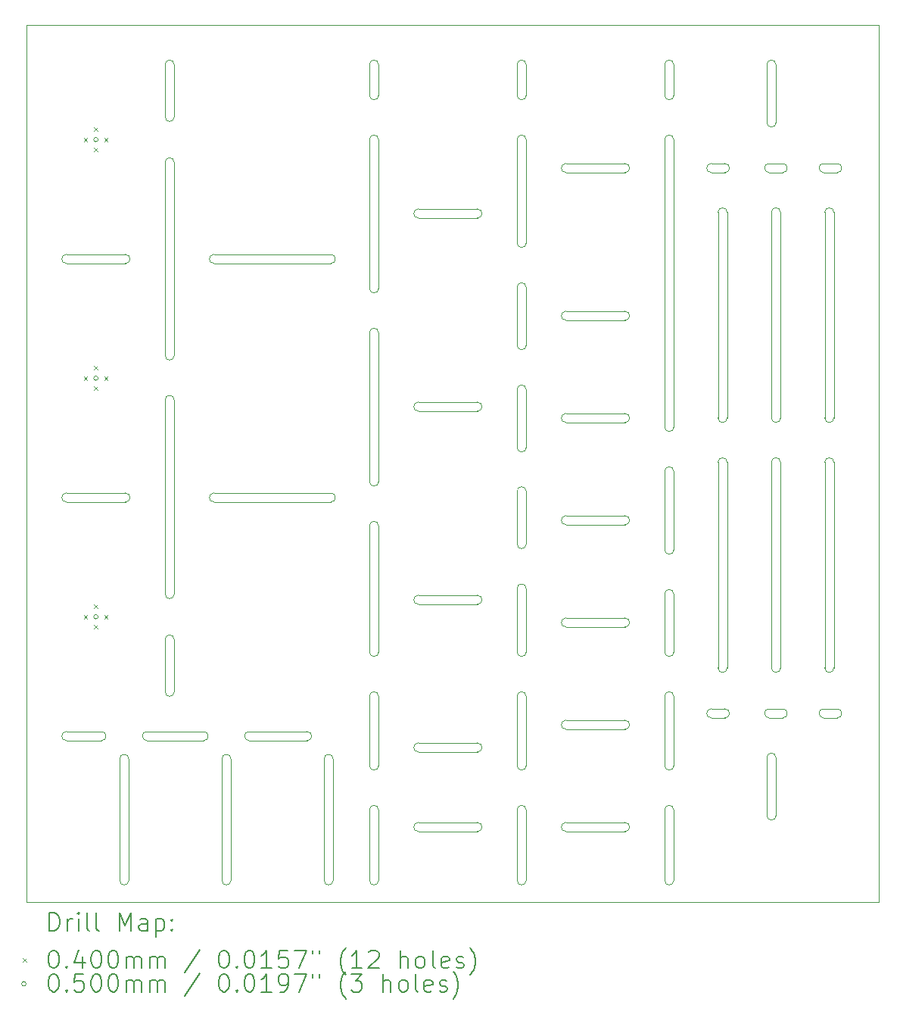
<source format=gbr>
%TF.GenerationSoftware,KiCad,Pcbnew,7.0.7-7.0.7~ubuntu22.04.1*%
%TF.CreationDate,2023-09-17T14:22:32+02:00*%
%TF.ProjectId,100x100mm_all,31303078-3130-4306-9d6d-5f616c6c2e6b,rev?*%
%TF.SameCoordinates,Original*%
%TF.FileFunction,Drillmap*%
%TF.FilePolarity,Positive*%
%FSLAX45Y45*%
G04 Gerber Fmt 4.5, Leading zero omitted, Abs format (unit mm)*
G04 Created by KiCad (PCBNEW 7.0.7-7.0.7~ubuntu22.04.1) date 2023-09-17 14:22:32*
%MOMM*%
%LPD*%
G01*
G04 APERTURE LIST*
%ADD10C,0.100000*%
%ADD11C,0.200000*%
%ADD12C,0.040000*%
%ADD13C,0.050000*%
G04 APERTURE END LIST*
D10*
X12903200Y-13322300D02*
G75*
G03*
X13004800Y-13322300I50800J0D01*
G01*
X14554200Y-10845800D02*
X14554200Y-10255250D01*
X12496800Y-13246100D02*
X12496800Y-14605000D01*
X15100300Y-6591300D02*
G75*
G03*
X15100300Y-6692900I0J-50800D01*
G01*
X16205200Y-13322300D02*
G75*
G03*
X16306800Y-13322300I50800J0D01*
G01*
X12903200Y-5829300D02*
G75*
G03*
X13004800Y-5829300I50800J0D01*
G01*
X11163300Y-7607300D02*
G75*
G03*
X11163300Y-7708900I0J-50800D01*
G01*
X14655800Y-10255250D02*
X14655800Y-10845800D01*
X16306800Y-10033000D02*
X16306800Y-10909300D01*
X15760700Y-14058900D02*
G75*
G03*
X15760700Y-13957300I0J50800D01*
G01*
X16306800Y-13817600D02*
G75*
G03*
X16205200Y-13817600I-50800J0D01*
G01*
X17399000Y-9436100D02*
X17399000Y-7137400D01*
X10414000Y-12941300D02*
X11049000Y-12941300D01*
X17983200Y-6591300D02*
X18135600Y-6591300D01*
X16205200Y-13322300D02*
X16205200Y-12547600D01*
X15100300Y-9385300D02*
X15760700Y-9385300D01*
X17995900Y-12230100D02*
G75*
G03*
X18097500Y-12230100I50800J0D01*
G01*
X15100300Y-13957300D02*
X15760700Y-13957300D01*
X16205200Y-9537700D02*
X16205200Y-6324600D01*
X14554200Y-7480300D02*
X14554200Y-6324600D01*
X14109700Y-7200900D02*
G75*
G03*
X14109700Y-7099300I0J50800D01*
G01*
X14655800Y-11341100D02*
G75*
G03*
X14554200Y-11341100I-50800J0D01*
G01*
X14554200Y-7480300D02*
G75*
G03*
X14655800Y-7480300I50800J0D01*
G01*
X17500600Y-7137400D02*
G75*
G03*
X17399000Y-7137400I-50800J0D01*
G01*
X17373600Y-12687300D02*
G75*
G03*
X17373600Y-12788900I0J-50800D01*
G01*
X13004800Y-8483600D02*
G75*
G03*
X12903200Y-8483600I-50800J0D01*
G01*
X15760700Y-11772900D02*
G75*
G03*
X15760700Y-11671300I0J50800D01*
G01*
X14655800Y-5486400D02*
X14655800Y-5829300D01*
X10718800Y-11912600D02*
G75*
G03*
X10617200Y-11912600I-50800J0D01*
G01*
X17348200Y-13881100D02*
X17348200Y-13233400D01*
X10617200Y-12496800D02*
X10617200Y-11912600D01*
X13004800Y-8483600D02*
X13004800Y-10147300D01*
X16306800Y-13817600D02*
X16306800Y-14605000D01*
X14655800Y-13817600D02*
X14655800Y-14605000D01*
X14655800Y-10255250D02*
G75*
G03*
X14554200Y-10255250I-50800J0D01*
G01*
X16205200Y-14605000D02*
X16205200Y-13817600D01*
X16205200Y-5829300D02*
G75*
G03*
X16306800Y-5829300I50800J0D01*
G01*
X16205200Y-10909300D02*
G75*
G03*
X16306800Y-10909300I50800J0D01*
G01*
X11163300Y-10274300D02*
G75*
G03*
X11163300Y-10375900I0J-50800D01*
G01*
X14554200Y-5829300D02*
G75*
G03*
X14655800Y-5829300I50800J0D01*
G01*
X17348200Y-13881100D02*
G75*
G03*
X17449800Y-13881100I50800J0D01*
G01*
X15100300Y-10528300D02*
X15760700Y-10528300D01*
X17399000Y-12230100D02*
G75*
G03*
X17500600Y-12230100I50800J0D01*
G01*
X17526000Y-6692900D02*
X17373600Y-6692900D01*
X10617200Y-6070600D02*
X10617200Y-5486400D01*
X14554200Y-10845800D02*
G75*
G03*
X14655800Y-10845800I50800J0D01*
G01*
X16903700Y-7137400D02*
G75*
G03*
X16802100Y-7137400I-50800J0D01*
G01*
X16205200Y-14605000D02*
G75*
G03*
X16306800Y-14605000I50800J0D01*
G01*
X16802100Y-9436100D02*
X16802100Y-7137400D01*
X17500600Y-7137400D02*
X17500600Y-9436100D01*
X16306800Y-6324600D02*
G75*
G03*
X16205200Y-6324600I-50800J0D01*
G01*
X18097500Y-7137400D02*
G75*
G03*
X17995900Y-7137400I-50800J0D01*
G01*
X17983200Y-12687300D02*
G75*
G03*
X17983200Y-12788900I0J-50800D01*
G01*
X12496800Y-13246100D02*
G75*
G03*
X12395200Y-13246100I-50800J0D01*
G01*
X14109700Y-11518900D02*
G75*
G03*
X14109700Y-11417300I0J50800D01*
G01*
X15760700Y-8343900D02*
X15100300Y-8343900D01*
X10617200Y-8737600D02*
G75*
G03*
X10718800Y-8737600I50800J0D01*
G01*
X14554200Y-9766300D02*
G75*
G03*
X14655800Y-9766300I50800J0D01*
G01*
X9512300Y-10274300D02*
G75*
G03*
X9512300Y-10375900I0J-50800D01*
G01*
X15100300Y-11671300D02*
G75*
G03*
X15100300Y-11772900I0J-50800D01*
G01*
X10617200Y-12496800D02*
G75*
G03*
X10718800Y-12496800I50800J0D01*
G01*
X14655800Y-6324600D02*
G75*
G03*
X14554200Y-6324600I-50800J0D01*
G01*
X14554200Y-12052300D02*
G75*
G03*
X14655800Y-12052300I50800J0D01*
G01*
X15100300Y-9385300D02*
G75*
G03*
X15100300Y-9486900I0J-50800D01*
G01*
X10172700Y-7708900D02*
X9512300Y-7708900D01*
X12395200Y-14605000D02*
G75*
G03*
X12496800Y-14605000I50800J0D01*
G01*
X18135600Y-12788900D02*
X17983200Y-12788900D01*
X13449300Y-7099300D02*
G75*
G03*
X13449300Y-7200900I0J-50800D01*
G01*
X15100300Y-11671300D02*
X15760700Y-11671300D01*
X10718800Y-9232900D02*
X10718800Y-11404600D01*
X12471400Y-10375900D02*
G75*
G03*
X12471400Y-10274300I0J50800D01*
G01*
X9067800Y-5041900D02*
X18597900Y-5041900D01*
X18597900Y-14851400D01*
X9067800Y-14851400D01*
X9067800Y-5041900D01*
X16903700Y-9931400D02*
X16903700Y-12230100D01*
X14655800Y-5486400D02*
G75*
G03*
X14554200Y-5486400I-50800J0D01*
G01*
X17449800Y-5486400D02*
X17449800Y-6134100D01*
X16802100Y-9436100D02*
G75*
G03*
X16903700Y-9436100I50800J0D01*
G01*
X12903200Y-13322300D02*
X12903200Y-12547600D01*
X14109700Y-14058900D02*
G75*
G03*
X14109700Y-13957300I0J50800D01*
G01*
X11252200Y-14605000D02*
G75*
G03*
X11353800Y-14605000I50800J0D01*
G01*
X14655800Y-12547600D02*
G75*
G03*
X14554200Y-12547600I-50800J0D01*
G01*
X14655800Y-7975600D02*
G75*
G03*
X14554200Y-7975600I-50800J0D01*
G01*
X17348200Y-6134100D02*
X17348200Y-5486400D01*
X9512300Y-7607300D02*
G75*
G03*
X9512300Y-7708900I0J-50800D01*
G01*
X12903200Y-14605000D02*
G75*
G03*
X13004800Y-14605000I50800J0D01*
G01*
X13004800Y-5486400D02*
X13004800Y-5829300D01*
X14109700Y-13169900D02*
G75*
G03*
X14109700Y-13068300I0J50800D01*
G01*
X17995900Y-9436100D02*
X17995900Y-7137400D01*
X13004800Y-13817600D02*
G75*
G03*
X12903200Y-13817600I-50800J0D01*
G01*
X17995900Y-9436100D02*
G75*
G03*
X18097500Y-9436100I50800J0D01*
G01*
X14109700Y-14058900D02*
X13449300Y-14058900D01*
X16205200Y-10909300D02*
X16205200Y-10033000D01*
X15760700Y-12915900D02*
G75*
G03*
X15760700Y-12814300I0J50800D01*
G01*
X16306800Y-12547600D02*
G75*
G03*
X16205200Y-12547600I-50800J0D01*
G01*
X17348200Y-6134100D02*
G75*
G03*
X17449800Y-6134100I50800J0D01*
G01*
X14109700Y-9359900D02*
G75*
G03*
X14109700Y-9258300I0J50800D01*
G01*
X10210800Y-13246100D02*
X10210800Y-14605000D01*
X16878300Y-12788900D02*
X16725900Y-12788900D01*
X14109700Y-7200900D02*
X13449300Y-7200900D01*
X9512300Y-12941300D02*
X9906000Y-12941300D01*
X10718800Y-5486400D02*
G75*
G03*
X10617200Y-5486400I-50800J0D01*
G01*
X13449300Y-11417300D02*
X14109700Y-11417300D01*
X16306800Y-11404600D02*
G75*
G03*
X16205200Y-11404600I-50800J0D01*
G01*
X11163300Y-10274300D02*
X12471400Y-10274300D01*
X13004800Y-6324600D02*
G75*
G03*
X12903200Y-6324600I-50800J0D01*
G01*
X10718800Y-6578600D02*
G75*
G03*
X10617200Y-6578600I-50800J0D01*
G01*
X18097500Y-9931400D02*
X18097500Y-12230100D01*
X11049000Y-13042900D02*
X10414000Y-13042900D01*
X14554200Y-13322300D02*
G75*
G03*
X14655800Y-13322300I50800J0D01*
G01*
X11049000Y-13042900D02*
G75*
G03*
X11049000Y-12941300I0J50800D01*
G01*
X16205200Y-9537700D02*
G75*
G03*
X16306800Y-9537700I50800J0D01*
G01*
X15760700Y-12915900D02*
X15100300Y-12915900D01*
X17449800Y-13233400D02*
G75*
G03*
X17348200Y-13233400I-50800J0D01*
G01*
X15760700Y-9486900D02*
G75*
G03*
X15760700Y-9385300I0J50800D01*
G01*
X10617200Y-8737600D02*
X10617200Y-6578600D01*
X9512300Y-12941300D02*
G75*
G03*
X9512300Y-13042900I0J-50800D01*
G01*
X11557000Y-12941300D02*
X12204700Y-12941300D01*
X13004800Y-13817600D02*
X13004800Y-14605000D01*
X13449300Y-11417300D02*
G75*
G03*
X13449300Y-11518900I0J-50800D01*
G01*
X16802100Y-12230100D02*
X16802100Y-9931400D01*
X17983200Y-6591300D02*
G75*
G03*
X17983200Y-6692900I0J-50800D01*
G01*
X9512300Y-10274300D02*
X10172700Y-10274300D01*
X16306800Y-12547600D02*
X16306800Y-13322300D01*
X13004800Y-10642600D02*
G75*
G03*
X12903200Y-10642600I-50800J0D01*
G01*
X16725900Y-12687300D02*
G75*
G03*
X16725900Y-12788900I0J-50800D01*
G01*
X14655800Y-13817600D02*
G75*
G03*
X14554200Y-13817600I-50800J0D01*
G01*
X10172700Y-10375900D02*
G75*
G03*
X10172700Y-10274300I0J50800D01*
G01*
X14554200Y-13322300D02*
X14554200Y-12547600D01*
X17373600Y-6591300D02*
X17526000Y-6591300D01*
X13449300Y-13068300D02*
X14109700Y-13068300D01*
X14109700Y-11518900D02*
X13449300Y-11518900D01*
X10617200Y-11404600D02*
G75*
G03*
X10718800Y-11404600I50800J0D01*
G01*
X17526000Y-12788900D02*
G75*
G03*
X17526000Y-12687300I0J50800D01*
G01*
X9906000Y-13042900D02*
G75*
G03*
X9906000Y-12941300I0J50800D01*
G01*
X14655800Y-6324600D02*
X14655800Y-7480300D01*
X14655800Y-7975600D02*
X14655800Y-8623300D01*
X17995900Y-12230100D02*
X17995900Y-9931400D01*
X12903200Y-12052300D02*
G75*
G03*
X13004800Y-12052300I50800J0D01*
G01*
X17399000Y-9436100D02*
G75*
G03*
X17500600Y-9436100I50800J0D01*
G01*
X16725900Y-6591300D02*
X16878300Y-6591300D01*
X14554200Y-5829300D02*
X14554200Y-5486400D01*
X13449300Y-9258300D02*
G75*
G03*
X13449300Y-9359900I0J-50800D01*
G01*
X12903200Y-5829300D02*
X12903200Y-5486400D01*
X9512300Y-7607300D02*
X10172700Y-7607300D01*
X10109200Y-14605000D02*
X10109200Y-13246100D01*
X15760700Y-6692900D02*
G75*
G03*
X15760700Y-6591300I0J50800D01*
G01*
X15100300Y-12814300D02*
G75*
G03*
X15100300Y-12915900I0J-50800D01*
G01*
X15100300Y-10528300D02*
G75*
G03*
X15100300Y-10629900I0J-50800D01*
G01*
X16878300Y-12788900D02*
G75*
G03*
X16878300Y-12687300I0J50800D01*
G01*
X16306800Y-5486400D02*
X16306800Y-5829300D01*
X13004800Y-12547600D02*
G75*
G03*
X12903200Y-12547600I-50800J0D01*
G01*
X18135600Y-12788900D02*
G75*
G03*
X18135600Y-12687300I0J50800D01*
G01*
X10172700Y-10375900D02*
X9512300Y-10375900D01*
X15760700Y-6692900D02*
X15100300Y-6692900D01*
X10718800Y-11912600D02*
X10718800Y-12496800D01*
X14655800Y-12547600D02*
X14655800Y-13322300D01*
X16306800Y-5486400D02*
G75*
G03*
X16205200Y-5486400I-50800J0D01*
G01*
X13004800Y-6324600D02*
X13004800Y-7988300D01*
X14554200Y-12052300D02*
X14554200Y-11341100D01*
X15760700Y-11772900D02*
X15100300Y-11772900D01*
X12204700Y-13042900D02*
G75*
G03*
X12204700Y-12941300I0J50800D01*
G01*
X18135600Y-6692900D02*
X17983200Y-6692900D01*
X15760700Y-14058900D02*
X15100300Y-14058900D01*
X17373600Y-6591300D02*
G75*
G03*
X17373600Y-6692900I0J-50800D01*
G01*
X12903200Y-10147300D02*
G75*
G03*
X13004800Y-10147300I50800J0D01*
G01*
X16903700Y-9931400D02*
G75*
G03*
X16802100Y-9931400I-50800J0D01*
G01*
X17983200Y-12687300D02*
X18135600Y-12687300D01*
X10172700Y-7708900D02*
G75*
G03*
X10172700Y-7607300I0J50800D01*
G01*
X17399000Y-12230100D02*
X17399000Y-9931400D01*
X9906000Y-13042900D02*
X9512300Y-13042900D01*
X16205200Y-5829300D02*
X16205200Y-5486400D01*
X16802100Y-12230100D02*
G75*
G03*
X16903700Y-12230100I50800J0D01*
G01*
X16725900Y-12687300D02*
X16878300Y-12687300D01*
X10617200Y-11404600D02*
X10617200Y-9232900D01*
X14554200Y-8623300D02*
G75*
G03*
X14655800Y-8623300I50800J0D01*
G01*
X13449300Y-13957300D02*
X14109700Y-13957300D01*
X15100300Y-6591300D02*
X15760700Y-6591300D01*
X16725900Y-6591300D02*
G75*
G03*
X16725900Y-6692900I0J-50800D01*
G01*
X17526000Y-6692900D02*
G75*
G03*
X17526000Y-6591300I0J50800D01*
G01*
X10109200Y-14605000D02*
G75*
G03*
X10210800Y-14605000I50800J0D01*
G01*
X16903700Y-7137400D02*
X16903700Y-9436100D01*
X12903200Y-7988300D02*
G75*
G03*
X13004800Y-7988300I50800J0D01*
G01*
X12471400Y-7708900D02*
G75*
G03*
X12471400Y-7607300I0J50800D01*
G01*
X12903200Y-12052300D02*
X12903200Y-10642600D01*
X12395200Y-14605000D02*
X12395200Y-13246100D01*
X12903200Y-14605000D02*
X12903200Y-13817600D01*
X13449300Y-9258300D02*
X14109700Y-9258300D01*
X14554200Y-14605000D02*
G75*
G03*
X14655800Y-14605000I50800J0D01*
G01*
X14109700Y-9359900D02*
X13449300Y-9359900D01*
X17449800Y-13233400D02*
X17449800Y-13881100D01*
X12204700Y-13042900D02*
X11557000Y-13042900D01*
X14655800Y-9118600D02*
G75*
G03*
X14554200Y-9118600I-50800J0D01*
G01*
X16205200Y-12052300D02*
G75*
G03*
X16306800Y-12052300I50800J0D01*
G01*
X15100300Y-8242300D02*
G75*
G03*
X15100300Y-8343900I0J-50800D01*
G01*
X17373600Y-12687300D02*
X17526000Y-12687300D01*
X10210800Y-13246100D02*
G75*
G03*
X10109200Y-13246100I-50800J0D01*
G01*
X16306800Y-6324600D02*
X16306800Y-9537700D01*
X13004800Y-10642600D02*
X13004800Y-12052300D01*
X12903200Y-10147300D02*
X12903200Y-8483600D01*
X13449300Y-13957300D02*
G75*
G03*
X13449300Y-14058900I0J-50800D01*
G01*
X14655800Y-9118600D02*
X14655800Y-9766300D01*
X11353800Y-13246100D02*
G75*
G03*
X11252200Y-13246100I-50800J0D01*
G01*
X10718800Y-6578600D02*
X10718800Y-8737600D01*
X10718800Y-9232900D02*
G75*
G03*
X10617200Y-9232900I-50800J0D01*
G01*
X12903200Y-7988300D02*
X12903200Y-6324600D01*
X17526000Y-12788900D02*
X17373600Y-12788900D01*
X18097500Y-7137400D02*
X18097500Y-9436100D01*
X17500600Y-9931400D02*
G75*
G03*
X17399000Y-9931400I-50800J0D01*
G01*
X15760700Y-8343900D02*
G75*
G03*
X15760700Y-8242300I0J50800D01*
G01*
X16878300Y-6692900D02*
G75*
G03*
X16878300Y-6591300I0J50800D01*
G01*
X11353800Y-13246100D02*
X11353800Y-14605000D01*
X17449800Y-5486400D02*
G75*
G03*
X17348200Y-5486400I-50800J0D01*
G01*
X12471400Y-7708900D02*
X11163300Y-7708900D01*
X15760700Y-9486900D02*
X15100300Y-9486900D01*
X14655800Y-11341100D02*
X14655800Y-12052300D01*
X12471400Y-10375900D02*
X11163300Y-10375900D01*
X13004800Y-12547600D02*
X13004800Y-13322300D01*
X11557000Y-12941300D02*
G75*
G03*
X11557000Y-13042900I0J-50800D01*
G01*
X13004800Y-5486400D02*
G75*
G03*
X12903200Y-5486400I-50800J0D01*
G01*
X14554200Y-14605000D02*
X14554200Y-13817600D01*
X14554200Y-9766300D02*
X14554200Y-9118600D01*
X15760700Y-10629900D02*
G75*
G03*
X15760700Y-10528300I0J50800D01*
G01*
X10718800Y-5486400D02*
X10718800Y-6070600D01*
X14109700Y-13169900D02*
X13449300Y-13169900D01*
X14554200Y-8623300D02*
X14554200Y-7975600D01*
X10617200Y-6070600D02*
G75*
G03*
X10718800Y-6070600I50800J0D01*
G01*
X11163300Y-7607300D02*
X12471400Y-7607300D01*
X16878300Y-6692900D02*
X16725900Y-6692900D01*
X10414000Y-12941300D02*
G75*
G03*
X10414000Y-13042900I0J-50800D01*
G01*
X18135600Y-6692900D02*
G75*
G03*
X18135600Y-6591300I0J50800D01*
G01*
X16306800Y-10033000D02*
G75*
G03*
X16205200Y-10033000I-50800J0D01*
G01*
X15100300Y-8242300D02*
X15760700Y-8242300D01*
X17500600Y-9931400D02*
X17500600Y-12230100D01*
X16205200Y-12052300D02*
X16205200Y-11404600D01*
X18097500Y-9931400D02*
G75*
G03*
X17995900Y-9931400I-50800J0D01*
G01*
X15760700Y-10629900D02*
X15100300Y-10629900D01*
X13449300Y-13068300D02*
G75*
G03*
X13449300Y-13169900I0J-50800D01*
G01*
X13449300Y-7099300D02*
X14109700Y-7099300D01*
X15100300Y-12814300D02*
X15760700Y-12814300D01*
X15100300Y-13957300D02*
G75*
G03*
X15100300Y-14058900I0J-50800D01*
G01*
X11252200Y-14605000D02*
X11252200Y-13246100D01*
X16306800Y-11404600D02*
X16306800Y-12052300D01*
D11*
D12*
X9708200Y-6304600D02*
X9748200Y-6344600D01*
X9748200Y-6304600D02*
X9708200Y-6344600D01*
X9708200Y-8971600D02*
X9748200Y-9011600D01*
X9748200Y-8971600D02*
X9708200Y-9011600D01*
X9708200Y-11638600D02*
X9748200Y-11678600D01*
X9748200Y-11638600D02*
X9708200Y-11678600D01*
X9822500Y-6190300D02*
X9862500Y-6230300D01*
X9862500Y-6190300D02*
X9822500Y-6230300D01*
X9822500Y-6418900D02*
X9862500Y-6458900D01*
X9862500Y-6418900D02*
X9822500Y-6458900D01*
X9822500Y-8857300D02*
X9862500Y-8897300D01*
X9862500Y-8857300D02*
X9822500Y-8897300D01*
X9822500Y-9085900D02*
X9862500Y-9125900D01*
X9862500Y-9085900D02*
X9822500Y-9125900D01*
X9822500Y-11524300D02*
X9862500Y-11564300D01*
X9862500Y-11524300D02*
X9822500Y-11564300D01*
X9822500Y-11752900D02*
X9862500Y-11792900D01*
X9862500Y-11752900D02*
X9822500Y-11792900D01*
X9936800Y-6304600D02*
X9976800Y-6344600D01*
X9976800Y-6304600D02*
X9936800Y-6344600D01*
X9936800Y-8971600D02*
X9976800Y-9011600D01*
X9976800Y-8971600D02*
X9936800Y-9011600D01*
X9936800Y-11638600D02*
X9976800Y-11678600D01*
X9976800Y-11638600D02*
X9936800Y-11678600D01*
D13*
X9867500Y-6324600D02*
G75*
G03*
X9867500Y-6324600I-25000J0D01*
G01*
X9867500Y-8991600D02*
G75*
G03*
X9867500Y-8991600I-25000J0D01*
G01*
X9867500Y-11658600D02*
G75*
G03*
X9867500Y-11658600I-25000J0D01*
G01*
D11*
X9323577Y-15167884D02*
X9323577Y-14967884D01*
X9323577Y-14967884D02*
X9371196Y-14967884D01*
X9371196Y-14967884D02*
X9399767Y-14977408D01*
X9399767Y-14977408D02*
X9418815Y-14996455D01*
X9418815Y-14996455D02*
X9428339Y-15015503D01*
X9428339Y-15015503D02*
X9437863Y-15053598D01*
X9437863Y-15053598D02*
X9437863Y-15082169D01*
X9437863Y-15082169D02*
X9428339Y-15120265D01*
X9428339Y-15120265D02*
X9418815Y-15139312D01*
X9418815Y-15139312D02*
X9399767Y-15158360D01*
X9399767Y-15158360D02*
X9371196Y-15167884D01*
X9371196Y-15167884D02*
X9323577Y-15167884D01*
X9523577Y-15167884D02*
X9523577Y-15034550D01*
X9523577Y-15072646D02*
X9533101Y-15053598D01*
X9533101Y-15053598D02*
X9542624Y-15044074D01*
X9542624Y-15044074D02*
X9561672Y-15034550D01*
X9561672Y-15034550D02*
X9580720Y-15034550D01*
X9647386Y-15167884D02*
X9647386Y-15034550D01*
X9647386Y-14967884D02*
X9637863Y-14977408D01*
X9637863Y-14977408D02*
X9647386Y-14986931D01*
X9647386Y-14986931D02*
X9656910Y-14977408D01*
X9656910Y-14977408D02*
X9647386Y-14967884D01*
X9647386Y-14967884D02*
X9647386Y-14986931D01*
X9771196Y-15167884D02*
X9752148Y-15158360D01*
X9752148Y-15158360D02*
X9742624Y-15139312D01*
X9742624Y-15139312D02*
X9742624Y-14967884D01*
X9875958Y-15167884D02*
X9856910Y-15158360D01*
X9856910Y-15158360D02*
X9847386Y-15139312D01*
X9847386Y-15139312D02*
X9847386Y-14967884D01*
X10104529Y-15167884D02*
X10104529Y-14967884D01*
X10104529Y-14967884D02*
X10171196Y-15110741D01*
X10171196Y-15110741D02*
X10237863Y-14967884D01*
X10237863Y-14967884D02*
X10237863Y-15167884D01*
X10418815Y-15167884D02*
X10418815Y-15063122D01*
X10418815Y-15063122D02*
X10409291Y-15044074D01*
X10409291Y-15044074D02*
X10390244Y-15034550D01*
X10390244Y-15034550D02*
X10352148Y-15034550D01*
X10352148Y-15034550D02*
X10333101Y-15044074D01*
X10418815Y-15158360D02*
X10399767Y-15167884D01*
X10399767Y-15167884D02*
X10352148Y-15167884D01*
X10352148Y-15167884D02*
X10333101Y-15158360D01*
X10333101Y-15158360D02*
X10323577Y-15139312D01*
X10323577Y-15139312D02*
X10323577Y-15120265D01*
X10323577Y-15120265D02*
X10333101Y-15101217D01*
X10333101Y-15101217D02*
X10352148Y-15091693D01*
X10352148Y-15091693D02*
X10399767Y-15091693D01*
X10399767Y-15091693D02*
X10418815Y-15082169D01*
X10514053Y-15034550D02*
X10514053Y-15234550D01*
X10514053Y-15044074D02*
X10533101Y-15034550D01*
X10533101Y-15034550D02*
X10571196Y-15034550D01*
X10571196Y-15034550D02*
X10590244Y-15044074D01*
X10590244Y-15044074D02*
X10599767Y-15053598D01*
X10599767Y-15053598D02*
X10609291Y-15072646D01*
X10609291Y-15072646D02*
X10609291Y-15129788D01*
X10609291Y-15129788D02*
X10599767Y-15148836D01*
X10599767Y-15148836D02*
X10590244Y-15158360D01*
X10590244Y-15158360D02*
X10571196Y-15167884D01*
X10571196Y-15167884D02*
X10533101Y-15167884D01*
X10533101Y-15167884D02*
X10514053Y-15158360D01*
X10695005Y-15148836D02*
X10704529Y-15158360D01*
X10704529Y-15158360D02*
X10695005Y-15167884D01*
X10695005Y-15167884D02*
X10685482Y-15158360D01*
X10685482Y-15158360D02*
X10695005Y-15148836D01*
X10695005Y-15148836D02*
X10695005Y-15167884D01*
X10695005Y-15044074D02*
X10704529Y-15053598D01*
X10704529Y-15053598D02*
X10695005Y-15063122D01*
X10695005Y-15063122D02*
X10685482Y-15053598D01*
X10685482Y-15053598D02*
X10695005Y-15044074D01*
X10695005Y-15044074D02*
X10695005Y-15063122D01*
D12*
X9022800Y-15476400D02*
X9062800Y-15516400D01*
X9062800Y-15476400D02*
X9022800Y-15516400D01*
D11*
X9361672Y-15387884D02*
X9380720Y-15387884D01*
X9380720Y-15387884D02*
X9399767Y-15397408D01*
X9399767Y-15397408D02*
X9409291Y-15406931D01*
X9409291Y-15406931D02*
X9418815Y-15425979D01*
X9418815Y-15425979D02*
X9428339Y-15464074D01*
X9428339Y-15464074D02*
X9428339Y-15511693D01*
X9428339Y-15511693D02*
X9418815Y-15549788D01*
X9418815Y-15549788D02*
X9409291Y-15568836D01*
X9409291Y-15568836D02*
X9399767Y-15578360D01*
X9399767Y-15578360D02*
X9380720Y-15587884D01*
X9380720Y-15587884D02*
X9361672Y-15587884D01*
X9361672Y-15587884D02*
X9342624Y-15578360D01*
X9342624Y-15578360D02*
X9333101Y-15568836D01*
X9333101Y-15568836D02*
X9323577Y-15549788D01*
X9323577Y-15549788D02*
X9314053Y-15511693D01*
X9314053Y-15511693D02*
X9314053Y-15464074D01*
X9314053Y-15464074D02*
X9323577Y-15425979D01*
X9323577Y-15425979D02*
X9333101Y-15406931D01*
X9333101Y-15406931D02*
X9342624Y-15397408D01*
X9342624Y-15397408D02*
X9361672Y-15387884D01*
X9514053Y-15568836D02*
X9523577Y-15578360D01*
X9523577Y-15578360D02*
X9514053Y-15587884D01*
X9514053Y-15587884D02*
X9504529Y-15578360D01*
X9504529Y-15578360D02*
X9514053Y-15568836D01*
X9514053Y-15568836D02*
X9514053Y-15587884D01*
X9695005Y-15454550D02*
X9695005Y-15587884D01*
X9647386Y-15378360D02*
X9599767Y-15521217D01*
X9599767Y-15521217D02*
X9723577Y-15521217D01*
X9837863Y-15387884D02*
X9856910Y-15387884D01*
X9856910Y-15387884D02*
X9875958Y-15397408D01*
X9875958Y-15397408D02*
X9885482Y-15406931D01*
X9885482Y-15406931D02*
X9895005Y-15425979D01*
X9895005Y-15425979D02*
X9904529Y-15464074D01*
X9904529Y-15464074D02*
X9904529Y-15511693D01*
X9904529Y-15511693D02*
X9895005Y-15549788D01*
X9895005Y-15549788D02*
X9885482Y-15568836D01*
X9885482Y-15568836D02*
X9875958Y-15578360D01*
X9875958Y-15578360D02*
X9856910Y-15587884D01*
X9856910Y-15587884D02*
X9837863Y-15587884D01*
X9837863Y-15587884D02*
X9818815Y-15578360D01*
X9818815Y-15578360D02*
X9809291Y-15568836D01*
X9809291Y-15568836D02*
X9799767Y-15549788D01*
X9799767Y-15549788D02*
X9790244Y-15511693D01*
X9790244Y-15511693D02*
X9790244Y-15464074D01*
X9790244Y-15464074D02*
X9799767Y-15425979D01*
X9799767Y-15425979D02*
X9809291Y-15406931D01*
X9809291Y-15406931D02*
X9818815Y-15397408D01*
X9818815Y-15397408D02*
X9837863Y-15387884D01*
X10028339Y-15387884D02*
X10047386Y-15387884D01*
X10047386Y-15387884D02*
X10066434Y-15397408D01*
X10066434Y-15397408D02*
X10075958Y-15406931D01*
X10075958Y-15406931D02*
X10085482Y-15425979D01*
X10085482Y-15425979D02*
X10095005Y-15464074D01*
X10095005Y-15464074D02*
X10095005Y-15511693D01*
X10095005Y-15511693D02*
X10085482Y-15549788D01*
X10085482Y-15549788D02*
X10075958Y-15568836D01*
X10075958Y-15568836D02*
X10066434Y-15578360D01*
X10066434Y-15578360D02*
X10047386Y-15587884D01*
X10047386Y-15587884D02*
X10028339Y-15587884D01*
X10028339Y-15587884D02*
X10009291Y-15578360D01*
X10009291Y-15578360D02*
X9999767Y-15568836D01*
X9999767Y-15568836D02*
X9990244Y-15549788D01*
X9990244Y-15549788D02*
X9980720Y-15511693D01*
X9980720Y-15511693D02*
X9980720Y-15464074D01*
X9980720Y-15464074D02*
X9990244Y-15425979D01*
X9990244Y-15425979D02*
X9999767Y-15406931D01*
X9999767Y-15406931D02*
X10009291Y-15397408D01*
X10009291Y-15397408D02*
X10028339Y-15387884D01*
X10180720Y-15587884D02*
X10180720Y-15454550D01*
X10180720Y-15473598D02*
X10190244Y-15464074D01*
X10190244Y-15464074D02*
X10209291Y-15454550D01*
X10209291Y-15454550D02*
X10237863Y-15454550D01*
X10237863Y-15454550D02*
X10256910Y-15464074D01*
X10256910Y-15464074D02*
X10266434Y-15483122D01*
X10266434Y-15483122D02*
X10266434Y-15587884D01*
X10266434Y-15483122D02*
X10275958Y-15464074D01*
X10275958Y-15464074D02*
X10295005Y-15454550D01*
X10295005Y-15454550D02*
X10323577Y-15454550D01*
X10323577Y-15454550D02*
X10342625Y-15464074D01*
X10342625Y-15464074D02*
X10352148Y-15483122D01*
X10352148Y-15483122D02*
X10352148Y-15587884D01*
X10447386Y-15587884D02*
X10447386Y-15454550D01*
X10447386Y-15473598D02*
X10456910Y-15464074D01*
X10456910Y-15464074D02*
X10475958Y-15454550D01*
X10475958Y-15454550D02*
X10504529Y-15454550D01*
X10504529Y-15454550D02*
X10523577Y-15464074D01*
X10523577Y-15464074D02*
X10533101Y-15483122D01*
X10533101Y-15483122D02*
X10533101Y-15587884D01*
X10533101Y-15483122D02*
X10542625Y-15464074D01*
X10542625Y-15464074D02*
X10561672Y-15454550D01*
X10561672Y-15454550D02*
X10590244Y-15454550D01*
X10590244Y-15454550D02*
X10609291Y-15464074D01*
X10609291Y-15464074D02*
X10618815Y-15483122D01*
X10618815Y-15483122D02*
X10618815Y-15587884D01*
X11009291Y-15378360D02*
X10837863Y-15635503D01*
X11266434Y-15387884D02*
X11285482Y-15387884D01*
X11285482Y-15387884D02*
X11304529Y-15397408D01*
X11304529Y-15397408D02*
X11314053Y-15406931D01*
X11314053Y-15406931D02*
X11323577Y-15425979D01*
X11323577Y-15425979D02*
X11333101Y-15464074D01*
X11333101Y-15464074D02*
X11333101Y-15511693D01*
X11333101Y-15511693D02*
X11323577Y-15549788D01*
X11323577Y-15549788D02*
X11314053Y-15568836D01*
X11314053Y-15568836D02*
X11304529Y-15578360D01*
X11304529Y-15578360D02*
X11285482Y-15587884D01*
X11285482Y-15587884D02*
X11266434Y-15587884D01*
X11266434Y-15587884D02*
X11247386Y-15578360D01*
X11247386Y-15578360D02*
X11237863Y-15568836D01*
X11237863Y-15568836D02*
X11228339Y-15549788D01*
X11228339Y-15549788D02*
X11218815Y-15511693D01*
X11218815Y-15511693D02*
X11218815Y-15464074D01*
X11218815Y-15464074D02*
X11228339Y-15425979D01*
X11228339Y-15425979D02*
X11237863Y-15406931D01*
X11237863Y-15406931D02*
X11247386Y-15397408D01*
X11247386Y-15397408D02*
X11266434Y-15387884D01*
X11418815Y-15568836D02*
X11428339Y-15578360D01*
X11428339Y-15578360D02*
X11418815Y-15587884D01*
X11418815Y-15587884D02*
X11409291Y-15578360D01*
X11409291Y-15578360D02*
X11418815Y-15568836D01*
X11418815Y-15568836D02*
X11418815Y-15587884D01*
X11552148Y-15387884D02*
X11571196Y-15387884D01*
X11571196Y-15387884D02*
X11590244Y-15397408D01*
X11590244Y-15397408D02*
X11599767Y-15406931D01*
X11599767Y-15406931D02*
X11609291Y-15425979D01*
X11609291Y-15425979D02*
X11618815Y-15464074D01*
X11618815Y-15464074D02*
X11618815Y-15511693D01*
X11618815Y-15511693D02*
X11609291Y-15549788D01*
X11609291Y-15549788D02*
X11599767Y-15568836D01*
X11599767Y-15568836D02*
X11590244Y-15578360D01*
X11590244Y-15578360D02*
X11571196Y-15587884D01*
X11571196Y-15587884D02*
X11552148Y-15587884D01*
X11552148Y-15587884D02*
X11533101Y-15578360D01*
X11533101Y-15578360D02*
X11523577Y-15568836D01*
X11523577Y-15568836D02*
X11514053Y-15549788D01*
X11514053Y-15549788D02*
X11504529Y-15511693D01*
X11504529Y-15511693D02*
X11504529Y-15464074D01*
X11504529Y-15464074D02*
X11514053Y-15425979D01*
X11514053Y-15425979D02*
X11523577Y-15406931D01*
X11523577Y-15406931D02*
X11533101Y-15397408D01*
X11533101Y-15397408D02*
X11552148Y-15387884D01*
X11809291Y-15587884D02*
X11695006Y-15587884D01*
X11752148Y-15587884D02*
X11752148Y-15387884D01*
X11752148Y-15387884D02*
X11733101Y-15416455D01*
X11733101Y-15416455D02*
X11714053Y-15435503D01*
X11714053Y-15435503D02*
X11695006Y-15445027D01*
X11990244Y-15387884D02*
X11895006Y-15387884D01*
X11895006Y-15387884D02*
X11885482Y-15483122D01*
X11885482Y-15483122D02*
X11895006Y-15473598D01*
X11895006Y-15473598D02*
X11914053Y-15464074D01*
X11914053Y-15464074D02*
X11961672Y-15464074D01*
X11961672Y-15464074D02*
X11980720Y-15473598D01*
X11980720Y-15473598D02*
X11990244Y-15483122D01*
X11990244Y-15483122D02*
X11999767Y-15502169D01*
X11999767Y-15502169D02*
X11999767Y-15549788D01*
X11999767Y-15549788D02*
X11990244Y-15568836D01*
X11990244Y-15568836D02*
X11980720Y-15578360D01*
X11980720Y-15578360D02*
X11961672Y-15587884D01*
X11961672Y-15587884D02*
X11914053Y-15587884D01*
X11914053Y-15587884D02*
X11895006Y-15578360D01*
X11895006Y-15578360D02*
X11885482Y-15568836D01*
X12066434Y-15387884D02*
X12199767Y-15387884D01*
X12199767Y-15387884D02*
X12114053Y-15587884D01*
X12266434Y-15387884D02*
X12266434Y-15425979D01*
X12342625Y-15387884D02*
X12342625Y-15425979D01*
X12637863Y-15664074D02*
X12628339Y-15654550D01*
X12628339Y-15654550D02*
X12609291Y-15625979D01*
X12609291Y-15625979D02*
X12599768Y-15606931D01*
X12599768Y-15606931D02*
X12590244Y-15578360D01*
X12590244Y-15578360D02*
X12580720Y-15530741D01*
X12580720Y-15530741D02*
X12580720Y-15492646D01*
X12580720Y-15492646D02*
X12590244Y-15445027D01*
X12590244Y-15445027D02*
X12599768Y-15416455D01*
X12599768Y-15416455D02*
X12609291Y-15397408D01*
X12609291Y-15397408D02*
X12628339Y-15368836D01*
X12628339Y-15368836D02*
X12637863Y-15359312D01*
X12818815Y-15587884D02*
X12704529Y-15587884D01*
X12761672Y-15587884D02*
X12761672Y-15387884D01*
X12761672Y-15387884D02*
X12742625Y-15416455D01*
X12742625Y-15416455D02*
X12723577Y-15435503D01*
X12723577Y-15435503D02*
X12704529Y-15445027D01*
X12895006Y-15406931D02*
X12904529Y-15397408D01*
X12904529Y-15397408D02*
X12923577Y-15387884D01*
X12923577Y-15387884D02*
X12971196Y-15387884D01*
X12971196Y-15387884D02*
X12990244Y-15397408D01*
X12990244Y-15397408D02*
X12999768Y-15406931D01*
X12999768Y-15406931D02*
X13009291Y-15425979D01*
X13009291Y-15425979D02*
X13009291Y-15445027D01*
X13009291Y-15445027D02*
X12999768Y-15473598D01*
X12999768Y-15473598D02*
X12885482Y-15587884D01*
X12885482Y-15587884D02*
X13009291Y-15587884D01*
X13247387Y-15587884D02*
X13247387Y-15387884D01*
X13333101Y-15587884D02*
X13333101Y-15483122D01*
X13333101Y-15483122D02*
X13323577Y-15464074D01*
X13323577Y-15464074D02*
X13304530Y-15454550D01*
X13304530Y-15454550D02*
X13275958Y-15454550D01*
X13275958Y-15454550D02*
X13256910Y-15464074D01*
X13256910Y-15464074D02*
X13247387Y-15473598D01*
X13456910Y-15587884D02*
X13437863Y-15578360D01*
X13437863Y-15578360D02*
X13428339Y-15568836D01*
X13428339Y-15568836D02*
X13418815Y-15549788D01*
X13418815Y-15549788D02*
X13418815Y-15492646D01*
X13418815Y-15492646D02*
X13428339Y-15473598D01*
X13428339Y-15473598D02*
X13437863Y-15464074D01*
X13437863Y-15464074D02*
X13456910Y-15454550D01*
X13456910Y-15454550D02*
X13485482Y-15454550D01*
X13485482Y-15454550D02*
X13504530Y-15464074D01*
X13504530Y-15464074D02*
X13514053Y-15473598D01*
X13514053Y-15473598D02*
X13523577Y-15492646D01*
X13523577Y-15492646D02*
X13523577Y-15549788D01*
X13523577Y-15549788D02*
X13514053Y-15568836D01*
X13514053Y-15568836D02*
X13504530Y-15578360D01*
X13504530Y-15578360D02*
X13485482Y-15587884D01*
X13485482Y-15587884D02*
X13456910Y-15587884D01*
X13637863Y-15587884D02*
X13618815Y-15578360D01*
X13618815Y-15578360D02*
X13609291Y-15559312D01*
X13609291Y-15559312D02*
X13609291Y-15387884D01*
X13790244Y-15578360D02*
X13771196Y-15587884D01*
X13771196Y-15587884D02*
X13733101Y-15587884D01*
X13733101Y-15587884D02*
X13714053Y-15578360D01*
X13714053Y-15578360D02*
X13704530Y-15559312D01*
X13704530Y-15559312D02*
X13704530Y-15483122D01*
X13704530Y-15483122D02*
X13714053Y-15464074D01*
X13714053Y-15464074D02*
X13733101Y-15454550D01*
X13733101Y-15454550D02*
X13771196Y-15454550D01*
X13771196Y-15454550D02*
X13790244Y-15464074D01*
X13790244Y-15464074D02*
X13799768Y-15483122D01*
X13799768Y-15483122D02*
X13799768Y-15502169D01*
X13799768Y-15502169D02*
X13704530Y-15521217D01*
X13875958Y-15578360D02*
X13895006Y-15587884D01*
X13895006Y-15587884D02*
X13933101Y-15587884D01*
X13933101Y-15587884D02*
X13952149Y-15578360D01*
X13952149Y-15578360D02*
X13961672Y-15559312D01*
X13961672Y-15559312D02*
X13961672Y-15549788D01*
X13961672Y-15549788D02*
X13952149Y-15530741D01*
X13952149Y-15530741D02*
X13933101Y-15521217D01*
X13933101Y-15521217D02*
X13904530Y-15521217D01*
X13904530Y-15521217D02*
X13885482Y-15511693D01*
X13885482Y-15511693D02*
X13875958Y-15492646D01*
X13875958Y-15492646D02*
X13875958Y-15483122D01*
X13875958Y-15483122D02*
X13885482Y-15464074D01*
X13885482Y-15464074D02*
X13904530Y-15454550D01*
X13904530Y-15454550D02*
X13933101Y-15454550D01*
X13933101Y-15454550D02*
X13952149Y-15464074D01*
X14028339Y-15664074D02*
X14037863Y-15654550D01*
X14037863Y-15654550D02*
X14056911Y-15625979D01*
X14056911Y-15625979D02*
X14066434Y-15606931D01*
X14066434Y-15606931D02*
X14075958Y-15578360D01*
X14075958Y-15578360D02*
X14085482Y-15530741D01*
X14085482Y-15530741D02*
X14085482Y-15492646D01*
X14085482Y-15492646D02*
X14075958Y-15445027D01*
X14075958Y-15445027D02*
X14066434Y-15416455D01*
X14066434Y-15416455D02*
X14056911Y-15397408D01*
X14056911Y-15397408D02*
X14037863Y-15368836D01*
X14037863Y-15368836D02*
X14028339Y-15359312D01*
D13*
X9062800Y-15760400D02*
G75*
G03*
X9062800Y-15760400I-25000J0D01*
G01*
D11*
X9361672Y-15651884D02*
X9380720Y-15651884D01*
X9380720Y-15651884D02*
X9399767Y-15661408D01*
X9399767Y-15661408D02*
X9409291Y-15670931D01*
X9409291Y-15670931D02*
X9418815Y-15689979D01*
X9418815Y-15689979D02*
X9428339Y-15728074D01*
X9428339Y-15728074D02*
X9428339Y-15775693D01*
X9428339Y-15775693D02*
X9418815Y-15813788D01*
X9418815Y-15813788D02*
X9409291Y-15832836D01*
X9409291Y-15832836D02*
X9399767Y-15842360D01*
X9399767Y-15842360D02*
X9380720Y-15851884D01*
X9380720Y-15851884D02*
X9361672Y-15851884D01*
X9361672Y-15851884D02*
X9342624Y-15842360D01*
X9342624Y-15842360D02*
X9333101Y-15832836D01*
X9333101Y-15832836D02*
X9323577Y-15813788D01*
X9323577Y-15813788D02*
X9314053Y-15775693D01*
X9314053Y-15775693D02*
X9314053Y-15728074D01*
X9314053Y-15728074D02*
X9323577Y-15689979D01*
X9323577Y-15689979D02*
X9333101Y-15670931D01*
X9333101Y-15670931D02*
X9342624Y-15661408D01*
X9342624Y-15661408D02*
X9361672Y-15651884D01*
X9514053Y-15832836D02*
X9523577Y-15842360D01*
X9523577Y-15842360D02*
X9514053Y-15851884D01*
X9514053Y-15851884D02*
X9504529Y-15842360D01*
X9504529Y-15842360D02*
X9514053Y-15832836D01*
X9514053Y-15832836D02*
X9514053Y-15851884D01*
X9704529Y-15651884D02*
X9609291Y-15651884D01*
X9609291Y-15651884D02*
X9599767Y-15747122D01*
X9599767Y-15747122D02*
X9609291Y-15737598D01*
X9609291Y-15737598D02*
X9628339Y-15728074D01*
X9628339Y-15728074D02*
X9675958Y-15728074D01*
X9675958Y-15728074D02*
X9695005Y-15737598D01*
X9695005Y-15737598D02*
X9704529Y-15747122D01*
X9704529Y-15747122D02*
X9714053Y-15766169D01*
X9714053Y-15766169D02*
X9714053Y-15813788D01*
X9714053Y-15813788D02*
X9704529Y-15832836D01*
X9704529Y-15832836D02*
X9695005Y-15842360D01*
X9695005Y-15842360D02*
X9675958Y-15851884D01*
X9675958Y-15851884D02*
X9628339Y-15851884D01*
X9628339Y-15851884D02*
X9609291Y-15842360D01*
X9609291Y-15842360D02*
X9599767Y-15832836D01*
X9837863Y-15651884D02*
X9856910Y-15651884D01*
X9856910Y-15651884D02*
X9875958Y-15661408D01*
X9875958Y-15661408D02*
X9885482Y-15670931D01*
X9885482Y-15670931D02*
X9895005Y-15689979D01*
X9895005Y-15689979D02*
X9904529Y-15728074D01*
X9904529Y-15728074D02*
X9904529Y-15775693D01*
X9904529Y-15775693D02*
X9895005Y-15813788D01*
X9895005Y-15813788D02*
X9885482Y-15832836D01*
X9885482Y-15832836D02*
X9875958Y-15842360D01*
X9875958Y-15842360D02*
X9856910Y-15851884D01*
X9856910Y-15851884D02*
X9837863Y-15851884D01*
X9837863Y-15851884D02*
X9818815Y-15842360D01*
X9818815Y-15842360D02*
X9809291Y-15832836D01*
X9809291Y-15832836D02*
X9799767Y-15813788D01*
X9799767Y-15813788D02*
X9790244Y-15775693D01*
X9790244Y-15775693D02*
X9790244Y-15728074D01*
X9790244Y-15728074D02*
X9799767Y-15689979D01*
X9799767Y-15689979D02*
X9809291Y-15670931D01*
X9809291Y-15670931D02*
X9818815Y-15661408D01*
X9818815Y-15661408D02*
X9837863Y-15651884D01*
X10028339Y-15651884D02*
X10047386Y-15651884D01*
X10047386Y-15651884D02*
X10066434Y-15661408D01*
X10066434Y-15661408D02*
X10075958Y-15670931D01*
X10075958Y-15670931D02*
X10085482Y-15689979D01*
X10085482Y-15689979D02*
X10095005Y-15728074D01*
X10095005Y-15728074D02*
X10095005Y-15775693D01*
X10095005Y-15775693D02*
X10085482Y-15813788D01*
X10085482Y-15813788D02*
X10075958Y-15832836D01*
X10075958Y-15832836D02*
X10066434Y-15842360D01*
X10066434Y-15842360D02*
X10047386Y-15851884D01*
X10047386Y-15851884D02*
X10028339Y-15851884D01*
X10028339Y-15851884D02*
X10009291Y-15842360D01*
X10009291Y-15842360D02*
X9999767Y-15832836D01*
X9999767Y-15832836D02*
X9990244Y-15813788D01*
X9990244Y-15813788D02*
X9980720Y-15775693D01*
X9980720Y-15775693D02*
X9980720Y-15728074D01*
X9980720Y-15728074D02*
X9990244Y-15689979D01*
X9990244Y-15689979D02*
X9999767Y-15670931D01*
X9999767Y-15670931D02*
X10009291Y-15661408D01*
X10009291Y-15661408D02*
X10028339Y-15651884D01*
X10180720Y-15851884D02*
X10180720Y-15718550D01*
X10180720Y-15737598D02*
X10190244Y-15728074D01*
X10190244Y-15728074D02*
X10209291Y-15718550D01*
X10209291Y-15718550D02*
X10237863Y-15718550D01*
X10237863Y-15718550D02*
X10256910Y-15728074D01*
X10256910Y-15728074D02*
X10266434Y-15747122D01*
X10266434Y-15747122D02*
X10266434Y-15851884D01*
X10266434Y-15747122D02*
X10275958Y-15728074D01*
X10275958Y-15728074D02*
X10295005Y-15718550D01*
X10295005Y-15718550D02*
X10323577Y-15718550D01*
X10323577Y-15718550D02*
X10342625Y-15728074D01*
X10342625Y-15728074D02*
X10352148Y-15747122D01*
X10352148Y-15747122D02*
X10352148Y-15851884D01*
X10447386Y-15851884D02*
X10447386Y-15718550D01*
X10447386Y-15737598D02*
X10456910Y-15728074D01*
X10456910Y-15728074D02*
X10475958Y-15718550D01*
X10475958Y-15718550D02*
X10504529Y-15718550D01*
X10504529Y-15718550D02*
X10523577Y-15728074D01*
X10523577Y-15728074D02*
X10533101Y-15747122D01*
X10533101Y-15747122D02*
X10533101Y-15851884D01*
X10533101Y-15747122D02*
X10542625Y-15728074D01*
X10542625Y-15728074D02*
X10561672Y-15718550D01*
X10561672Y-15718550D02*
X10590244Y-15718550D01*
X10590244Y-15718550D02*
X10609291Y-15728074D01*
X10609291Y-15728074D02*
X10618815Y-15747122D01*
X10618815Y-15747122D02*
X10618815Y-15851884D01*
X11009291Y-15642360D02*
X10837863Y-15899503D01*
X11266434Y-15651884D02*
X11285482Y-15651884D01*
X11285482Y-15651884D02*
X11304529Y-15661408D01*
X11304529Y-15661408D02*
X11314053Y-15670931D01*
X11314053Y-15670931D02*
X11323577Y-15689979D01*
X11323577Y-15689979D02*
X11333101Y-15728074D01*
X11333101Y-15728074D02*
X11333101Y-15775693D01*
X11333101Y-15775693D02*
X11323577Y-15813788D01*
X11323577Y-15813788D02*
X11314053Y-15832836D01*
X11314053Y-15832836D02*
X11304529Y-15842360D01*
X11304529Y-15842360D02*
X11285482Y-15851884D01*
X11285482Y-15851884D02*
X11266434Y-15851884D01*
X11266434Y-15851884D02*
X11247386Y-15842360D01*
X11247386Y-15842360D02*
X11237863Y-15832836D01*
X11237863Y-15832836D02*
X11228339Y-15813788D01*
X11228339Y-15813788D02*
X11218815Y-15775693D01*
X11218815Y-15775693D02*
X11218815Y-15728074D01*
X11218815Y-15728074D02*
X11228339Y-15689979D01*
X11228339Y-15689979D02*
X11237863Y-15670931D01*
X11237863Y-15670931D02*
X11247386Y-15661408D01*
X11247386Y-15661408D02*
X11266434Y-15651884D01*
X11418815Y-15832836D02*
X11428339Y-15842360D01*
X11428339Y-15842360D02*
X11418815Y-15851884D01*
X11418815Y-15851884D02*
X11409291Y-15842360D01*
X11409291Y-15842360D02*
X11418815Y-15832836D01*
X11418815Y-15832836D02*
X11418815Y-15851884D01*
X11552148Y-15651884D02*
X11571196Y-15651884D01*
X11571196Y-15651884D02*
X11590244Y-15661408D01*
X11590244Y-15661408D02*
X11599767Y-15670931D01*
X11599767Y-15670931D02*
X11609291Y-15689979D01*
X11609291Y-15689979D02*
X11618815Y-15728074D01*
X11618815Y-15728074D02*
X11618815Y-15775693D01*
X11618815Y-15775693D02*
X11609291Y-15813788D01*
X11609291Y-15813788D02*
X11599767Y-15832836D01*
X11599767Y-15832836D02*
X11590244Y-15842360D01*
X11590244Y-15842360D02*
X11571196Y-15851884D01*
X11571196Y-15851884D02*
X11552148Y-15851884D01*
X11552148Y-15851884D02*
X11533101Y-15842360D01*
X11533101Y-15842360D02*
X11523577Y-15832836D01*
X11523577Y-15832836D02*
X11514053Y-15813788D01*
X11514053Y-15813788D02*
X11504529Y-15775693D01*
X11504529Y-15775693D02*
X11504529Y-15728074D01*
X11504529Y-15728074D02*
X11514053Y-15689979D01*
X11514053Y-15689979D02*
X11523577Y-15670931D01*
X11523577Y-15670931D02*
X11533101Y-15661408D01*
X11533101Y-15661408D02*
X11552148Y-15651884D01*
X11809291Y-15851884D02*
X11695006Y-15851884D01*
X11752148Y-15851884D02*
X11752148Y-15651884D01*
X11752148Y-15651884D02*
X11733101Y-15680455D01*
X11733101Y-15680455D02*
X11714053Y-15699503D01*
X11714053Y-15699503D02*
X11695006Y-15709027D01*
X11904529Y-15851884D02*
X11942625Y-15851884D01*
X11942625Y-15851884D02*
X11961672Y-15842360D01*
X11961672Y-15842360D02*
X11971196Y-15832836D01*
X11971196Y-15832836D02*
X11990244Y-15804265D01*
X11990244Y-15804265D02*
X11999767Y-15766169D01*
X11999767Y-15766169D02*
X11999767Y-15689979D01*
X11999767Y-15689979D02*
X11990244Y-15670931D01*
X11990244Y-15670931D02*
X11980720Y-15661408D01*
X11980720Y-15661408D02*
X11961672Y-15651884D01*
X11961672Y-15651884D02*
X11923577Y-15651884D01*
X11923577Y-15651884D02*
X11904529Y-15661408D01*
X11904529Y-15661408D02*
X11895006Y-15670931D01*
X11895006Y-15670931D02*
X11885482Y-15689979D01*
X11885482Y-15689979D02*
X11885482Y-15737598D01*
X11885482Y-15737598D02*
X11895006Y-15756646D01*
X11895006Y-15756646D02*
X11904529Y-15766169D01*
X11904529Y-15766169D02*
X11923577Y-15775693D01*
X11923577Y-15775693D02*
X11961672Y-15775693D01*
X11961672Y-15775693D02*
X11980720Y-15766169D01*
X11980720Y-15766169D02*
X11990244Y-15756646D01*
X11990244Y-15756646D02*
X11999767Y-15737598D01*
X12066434Y-15651884D02*
X12199767Y-15651884D01*
X12199767Y-15651884D02*
X12114053Y-15851884D01*
X12266434Y-15651884D02*
X12266434Y-15689979D01*
X12342625Y-15651884D02*
X12342625Y-15689979D01*
X12637863Y-15928074D02*
X12628339Y-15918550D01*
X12628339Y-15918550D02*
X12609291Y-15889979D01*
X12609291Y-15889979D02*
X12599768Y-15870931D01*
X12599768Y-15870931D02*
X12590244Y-15842360D01*
X12590244Y-15842360D02*
X12580720Y-15794741D01*
X12580720Y-15794741D02*
X12580720Y-15756646D01*
X12580720Y-15756646D02*
X12590244Y-15709027D01*
X12590244Y-15709027D02*
X12599768Y-15680455D01*
X12599768Y-15680455D02*
X12609291Y-15661408D01*
X12609291Y-15661408D02*
X12628339Y-15632836D01*
X12628339Y-15632836D02*
X12637863Y-15623312D01*
X12695006Y-15651884D02*
X12818815Y-15651884D01*
X12818815Y-15651884D02*
X12752148Y-15728074D01*
X12752148Y-15728074D02*
X12780720Y-15728074D01*
X12780720Y-15728074D02*
X12799768Y-15737598D01*
X12799768Y-15737598D02*
X12809291Y-15747122D01*
X12809291Y-15747122D02*
X12818815Y-15766169D01*
X12818815Y-15766169D02*
X12818815Y-15813788D01*
X12818815Y-15813788D02*
X12809291Y-15832836D01*
X12809291Y-15832836D02*
X12799768Y-15842360D01*
X12799768Y-15842360D02*
X12780720Y-15851884D01*
X12780720Y-15851884D02*
X12723577Y-15851884D01*
X12723577Y-15851884D02*
X12704529Y-15842360D01*
X12704529Y-15842360D02*
X12695006Y-15832836D01*
X13056910Y-15851884D02*
X13056910Y-15651884D01*
X13142625Y-15851884D02*
X13142625Y-15747122D01*
X13142625Y-15747122D02*
X13133101Y-15728074D01*
X13133101Y-15728074D02*
X13114053Y-15718550D01*
X13114053Y-15718550D02*
X13085482Y-15718550D01*
X13085482Y-15718550D02*
X13066434Y-15728074D01*
X13066434Y-15728074D02*
X13056910Y-15737598D01*
X13266434Y-15851884D02*
X13247387Y-15842360D01*
X13247387Y-15842360D02*
X13237863Y-15832836D01*
X13237863Y-15832836D02*
X13228339Y-15813788D01*
X13228339Y-15813788D02*
X13228339Y-15756646D01*
X13228339Y-15756646D02*
X13237863Y-15737598D01*
X13237863Y-15737598D02*
X13247387Y-15728074D01*
X13247387Y-15728074D02*
X13266434Y-15718550D01*
X13266434Y-15718550D02*
X13295006Y-15718550D01*
X13295006Y-15718550D02*
X13314053Y-15728074D01*
X13314053Y-15728074D02*
X13323577Y-15737598D01*
X13323577Y-15737598D02*
X13333101Y-15756646D01*
X13333101Y-15756646D02*
X13333101Y-15813788D01*
X13333101Y-15813788D02*
X13323577Y-15832836D01*
X13323577Y-15832836D02*
X13314053Y-15842360D01*
X13314053Y-15842360D02*
X13295006Y-15851884D01*
X13295006Y-15851884D02*
X13266434Y-15851884D01*
X13447387Y-15851884D02*
X13428339Y-15842360D01*
X13428339Y-15842360D02*
X13418815Y-15823312D01*
X13418815Y-15823312D02*
X13418815Y-15651884D01*
X13599768Y-15842360D02*
X13580720Y-15851884D01*
X13580720Y-15851884D02*
X13542625Y-15851884D01*
X13542625Y-15851884D02*
X13523577Y-15842360D01*
X13523577Y-15842360D02*
X13514053Y-15823312D01*
X13514053Y-15823312D02*
X13514053Y-15747122D01*
X13514053Y-15747122D02*
X13523577Y-15728074D01*
X13523577Y-15728074D02*
X13542625Y-15718550D01*
X13542625Y-15718550D02*
X13580720Y-15718550D01*
X13580720Y-15718550D02*
X13599768Y-15728074D01*
X13599768Y-15728074D02*
X13609291Y-15747122D01*
X13609291Y-15747122D02*
X13609291Y-15766169D01*
X13609291Y-15766169D02*
X13514053Y-15785217D01*
X13685482Y-15842360D02*
X13704530Y-15851884D01*
X13704530Y-15851884D02*
X13742625Y-15851884D01*
X13742625Y-15851884D02*
X13761672Y-15842360D01*
X13761672Y-15842360D02*
X13771196Y-15823312D01*
X13771196Y-15823312D02*
X13771196Y-15813788D01*
X13771196Y-15813788D02*
X13761672Y-15794741D01*
X13761672Y-15794741D02*
X13742625Y-15785217D01*
X13742625Y-15785217D02*
X13714053Y-15785217D01*
X13714053Y-15785217D02*
X13695006Y-15775693D01*
X13695006Y-15775693D02*
X13685482Y-15756646D01*
X13685482Y-15756646D02*
X13685482Y-15747122D01*
X13685482Y-15747122D02*
X13695006Y-15728074D01*
X13695006Y-15728074D02*
X13714053Y-15718550D01*
X13714053Y-15718550D02*
X13742625Y-15718550D01*
X13742625Y-15718550D02*
X13761672Y-15728074D01*
X13837863Y-15928074D02*
X13847387Y-15918550D01*
X13847387Y-15918550D02*
X13866434Y-15889979D01*
X13866434Y-15889979D02*
X13875958Y-15870931D01*
X13875958Y-15870931D02*
X13885482Y-15842360D01*
X13885482Y-15842360D02*
X13895006Y-15794741D01*
X13895006Y-15794741D02*
X13895006Y-15756646D01*
X13895006Y-15756646D02*
X13885482Y-15709027D01*
X13885482Y-15709027D02*
X13875958Y-15680455D01*
X13875958Y-15680455D02*
X13866434Y-15661408D01*
X13866434Y-15661408D02*
X13847387Y-15632836D01*
X13847387Y-15632836D02*
X13837863Y-15623312D01*
M02*

</source>
